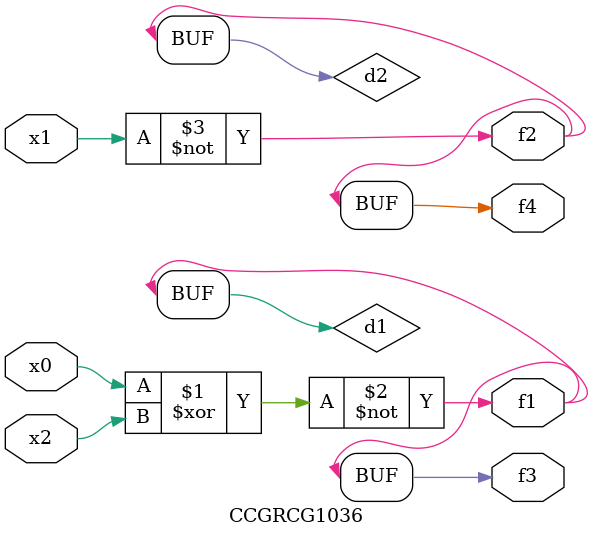
<source format=v>
module CCGRCG1036(
	input x0, x1, x2,
	output f1, f2, f3, f4
);

	wire d1, d2, d3;

	xnor (d1, x0, x2);
	nand (d2, x1);
	nor (d3, x1, x2);
	assign f1 = d1;
	assign f2 = d2;
	assign f3 = d1;
	assign f4 = d2;
endmodule

</source>
